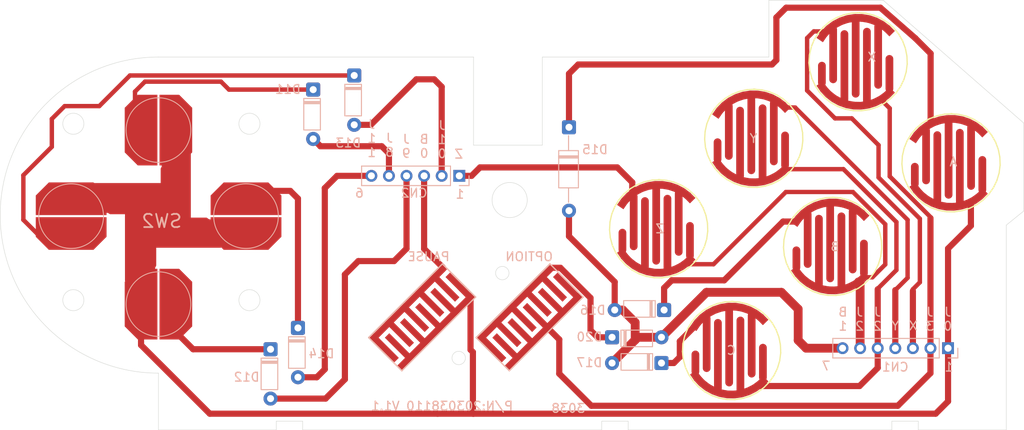
<source format=kicad_pcb>
(kicad_pcb (version 20241229) (generator "pcbnew") (generator_version "9.0")
  (layers (0 "F.Cu" signal) (2 "B.Cu" signal) (13 "F.Paste" user) (15 "B.Paste" user) (5 "F.SilkS" user "F.Silkscreen") (7 "B.SilkS" user "B.Silkscreen") (1 "F.Mask" user) (3 "B.Mask" user) (25 "Edge.Cuts" user))
  (net 0 "")
  (net 1 "Net-(D11-A)")
  (net 2 "Net-(D11-K)")
  (net 3 "Net-(D12-A)")
  (net 4 "Net-(D12-K)")
  (net 5 "Net-(D13-K)")
  (net 6 "Net-(D13-A)")
  (net 7 "Net-(D14-K)")
  (net 8 "Net-(D14-A)")
  (net 9 "Net-(D15-A)")
  (net 10 "Net-(D15-K)")
  (net 11 "Net-(D16-K)")
  (net 12 "Net-(D17-K)")
  (net 13 "Net-(D20-K)")
  (net 14 "Net-(J1-Pin_6)")
  (net 15 "Net-(J1-Pin_3)")
  (net 16 "Net-(J1-Pin_5)")
  (net 17 "Net-(J1-Pin_2)")
  (net 18 "Net-(J1-Pin_4)")
  (net 19 "Net-(J1-Pin_1)")
  (net 20 "Net-(J2-Pin_1)")
  (net 21 "Net-(J2-Pin_3)")
  (footprint "Evan's parts:Jaguar pro ABC button" (layer "F.Cu") (at 67.72 9.26 90)
    (property "Reference" "SW11" (hide yes))
    (property "Value" "Y")
  )
  (footprint "Evan's parts:jaguar pro keypad" (layer "F.Cu") (at 28.422677 28.073226 45)
    (property "Reference" "SW5" (hide yes))
    (property "Value" "Pause")
  )
  (footprint "Evan's parts:jaguar pro dpad" (layer "F.Cu") (at 0 28.14)
    (property "Reference" "SW3" (hide yes))
    (property "Value" "Down")
  )
  (footprint "Evan's parts:Jaguar pro ABC button" (layer "F.Cu") (at 65.2 33.43 90)
    (property "Reference" "SW7" (hide yes))
    (property "Value" "C")
  )
  (footprint "Evan's parts:Jaguar pro ABC button" (layer "F.Cu") (at 56.9 19.56 90)
    (property "Reference" "SW12" (hide yes))
    (property "Value" "Z")
  )
  (footprint "Evan's parts:Jaguar pro ABC button" (layer "F.Cu") (at 90.16 12.05 90)
    (property "Reference" "SW9" (hide yes))
    (property "Value" "A")
  )
  (footprint "Evan's parts:jaguar pro keypad" (layer "F.Cu") (at 40.652677 28.073226 45)
    (property "Reference" "SW6" (hide yes))
    (property "Value" "Option")
  )
  (footprint "Evan's parts:jaguar pro dpad" (layer "F.Cu") (at -9.93 18.12 -90)
    (property "Reference" "SW1" (hide yes))
    (property "Value" "Left")
  )
  (footprint "Evan's parts:Jaguar pro ABC button" (layer "F.Cu") (at 79.59 0.54 90)
    (property "Reference" "SW10" (hide yes))
    (property "Value" "X")
  )
  (footprint "Evan's parts:jaguar pro dpad" (layer "F.Cu") (at 9.96 18.12 90)
    (property "Reference" "SW4" (hide yes))
    (property "Value" "Right")
  )
  (footprint "Evan's parts:jaguar pro dpad" (layer "F.Cu") (at 0 8.32 180)
    (property "Reference" "SW2" (hide yes))
    (property "Value" "Up")
  )
  (footprint "Evan's parts:Jaguar pro ABC button" (layer "F.Cu") (at 76.69 21.57 90)
    (property "Reference" "SW8" (hide yes))
    (property "Value" "B")
  )
  (footprint "Evan's parts:D_DO-35_SOD27_P5.62mm_Horizontal" (layer "B.Cu") (at 51.6 31.92)
    (property "Reference" "D20")
    (property "Value" "1N4148")
  )
  (footprint "Evan's parts:D_DO-35_SOD27_P5.62mm_Horizontal" (layer "B.Cu") (at 17.6 3.71 -90)
    (property "Reference" "D11")
    (property "Value" "1N4148")
  )
  (footprint "Evan's parts:D_DO-35_SOD27_P5.62mm_Horizontal" (layer "B.Cu") (at 57.52 28.81 180)
    (property "Reference" "D16")
    (property "Value" "1N4148")
  )
  (footprint "Evan's parts:D_DO-35_SOD27_P9.50mm_Horizontal" (layer "B.Cu") (at 46.7 8 -90)
    (property "Reference" "D15")
    (property "Value" "1N4148")
  )
  (footprint "Evan's parts:D_DO-35_SOD27_P5.62mm_Horizontal" (layer "B.Cu") (at 12.75 33.28 -90)
    (property "Reference" "D12")
    (property "Value" "1N4148")
  )
  (footprint "Evan's parts:D_DO-35_SOD27_P5.62mm_Horizontal" (layer "B.Cu") (at 22.27 2.1 -90)
    (property "Reference" "D13")
    (property "Value" "1N4148")
  )
  (footprint "Connector_PinHeader_2.00mm:PinHeader_1x07_P2.00mm_Vertical" (layer "B.Cu") (at 89.82 33.16 90)
    (property "Reference" "CN1")
    (property "Value" "Conn_01x07")
  )
  (footprint "Evan's parts:D_DO-35_SOD27_P5.62mm_Horizontal" (layer "B.Cu") (at 57.22 34.85 180)
    (property "Reference" "D17")
    (property "Value" "1N4148")
  )
  (footprint "Evan's parts:D_DO-35_SOD27_P5.62mm_Horizontal" (layer "B.Cu") (at 15.87 30.85 -90)
    (property "Reference" "D14")
    (property "Value" "1N4148")
  )
  (footprint "Connector_PinHeader_2.00mm:PinHeader_1x06_P2.00mm_Vertical" (layer "B.Cu") (at 34.22 13.53 90)
    (property "Reference" "CN2")
    (property "Value" "Conn_01x06")
  )
  (gr_line (start 53.43 42.47) (end 83.43 42.47) (stroke (width 0.05)) (layer "Edge.Cuts"))
  (gr_circle (center 39.115 24.605) (end 39.88 24.605) (stroke (width 0.05)) (fill no) (layer "Edge.Cuts"))
  (gr_line (start 82.44 -6.47) (end 98.44 7.53) (stroke (width 0.05)) (layer "Edge.Cuts"))
  (gr_line (start 69.44 0) (end 69.44 -6.47) (stroke (width 0.05)) (layer "Edge.Cuts"))
  (gr_line (start 0 0) (end 35.84 0) (stroke (width 0.05)) (layer "Edge.Cuts"))
  (gr_line (start 83.43 42.47) (end 83.43 41.47) (stroke (width 0.05)) (layer "Edge.Cuts"))
  (gr_circle (center -9.68 7.6) (end -8.48 7.6) (stroke (width 0.05)) (fill no) (layer "Edge.Cuts"))
  (gr_line (start 16.4 42.47) (end 50.43 42.47) (stroke (width 0.05)) (layer "Edge.Cuts"))
  (gr_line (start 50.43 41.47) (end 53.43 41.47) (stroke (width 0.05)) (layer "Edge.Cuts"))
  (gr_line (start 53.43 41.47) (end 53.43 42.47) (stroke (width 0.05)) (layer "Edge.Cuts"))
  (gr_line (start 83.43 41.47) (end 86.43 41.47) (stroke (width 0.05)) (layer "Edge.Cuts"))
  (gr_circle (center 34.155 34.275) (end 34.92 34.275) (stroke (width 0.05)) (fill no) (layer "Edge.Cuts"))
  (gr_line (start 98.44 7.53) (end 98.44 17.53) (stroke (width 0.05)) (layer "Edge.Cuts"))
  (gr_line (start 13.4 41.47) (end 16.4 41.47) (stroke (width 0.05)) (layer "Edge.Cuts"))
  (gr_line (start 0 36) (end 0 42.47) (stroke (width 0.05)) (layer "Edge.Cuts"))
  (gr_line (start 86.43 42.47) (end 96.45 42.47) (stroke (width 0.05)) (layer "Edge.Cuts"))
  (gr_circle (center -9.68 27.69) (end -8.48 27.69) (stroke (width 0.05)) (fill no) (layer "Edge.Cuts"))
  (gr_line (start 16.4 41.47) (end 16.4 42.47) (stroke (width 0.05)) (layer "Edge.Cuts"))
  (gr_circle (center 10.35 7.6) (end 11.55 7.6) (stroke (width 0.05)) (fill no) (layer "Edge.Cuts"))
  (gr_line (start 43.67 0) (end 69.44 0) (stroke (width 0.05)) (layer "Edge.Cuts"))
  (gr_line (start 43.67 10.04) (end 43.67 0) (stroke (width 0.05)) (layer "Edge.Cuts"))
  (gr_line (start 69.44 -6.47) (end 82.44 -6.47) (stroke (width 0.05)) (layer "Edge.Cuts"))
  (gr_line (start 13.4 42.47) (end 13.4 41.47) (stroke (width 0.05)) (layer "Edge.Cuts"))
  (gr_line (start 35.84 0) (end 35.84 10.04) (stroke (width 0.05)) (layer "Edge.Cuts"))
  (gr_circle (center 10.35 27.69) (end 11.55 27.69) (stroke (width 0.05)) (fill no) (layer "Edge.Cuts"))
  (gr_line (start 96.45 42.47) (end 96.45 19.14) (stroke (width 0.05)) (layer "Edge.Cuts"))
  (gr_line (start 0 42.47) (end 13.4 42.47) (stroke (width 0.05)) (layer "Edge.Cuts"))
  (gr_line (start 86.43 41.47) (end 86.43 42.47) (stroke (width 0.05)) (layer "Edge.Cuts"))
  (gr_circle (center 39.95 16.29) (end 41.95 16.29) (stroke (width 0.05)) (fill no) (layer "Edge.Cuts"))
  (gr_arc (start 0 36) (mid -18 18) (end 0 0) (stroke (width 0.05)) (layer "Edge.Cuts"))
  (gr_line (start 35.84 10.04) (end 43.67 10.04) (stroke (width 0.05)) (layer "Edge.Cuts"))
  (gr_line (start 50.43 42.47) (end 50.43 41.47) (stroke (width 0.05)) (layer "Edge.Cuts"))
  (gr_line (start 98.44 17.53) (end 96.45 19.14) (stroke (width 0.05)) (layer "Edge.Cuts"))
  (gr_text "6" (at 22.86 15.494 0) (layer "B.SilkS") (effects (font (size 1 1)) (justify mirror)))
  (gr_text "X" (at 81.153 0 0) (layer "B.SilkS") (effects (font (size 1 1)) (justify mirror)))
  (gr_text "A" (at 90.424 11.938 0) (layer "B.SilkS") (effects (font (size 1 1)) (justify mirror)))
  (gr_text "1" (at 89.916 35.306 0) (layer "B.SilkS") (effects (font (size 1 1)) (justify mirror)))
  (gr_text "C" (at 65.151 33.401 0) (layer "B.SilkS") (effects (font (size 1 1)) (justify mirror)))
  (gr_text "J\n2" (at 81.788 29.845 0) (layer "B.SilkS") (effects (font (size 1 1)) (justify mirror)))
  (gr_text "7" (at 75.946 35.179 0) (layer "B.SilkS") (effects (font (size 1 1)) (justify mirror)))
  (gr_text "B\n0" (at 30.226 10.16 0) (layer "B.SilkS") (effects (font (size 1 1)) (justify mirror)))
  (gr_text "Y" (at 67.691 9.271 0) (layer "B.SilkS") (effects (font (size 1 1)) (justify mirror)))
  (gr_text "1" (at 34.29 15.621 0) (layer "B.SilkS") (effects (font (size 1 1)) (justify mirror)))
  (gr_text "OPTION" (at 42.164 22.733 0) (layer "B.SilkS") (effects (font (size 1 1)) (justify mirror)))
  (gr_text "J\n9" (at 28.194 10.16 0) (layer "B.SilkS") (effects (font (size 1 1)) (justify mirror)))
  (gr_text "B\n1" (at 77.851 29.845 0) (layer "B.SilkS") (effects (font (size 1 1)) (justify mirror)))
  (gr_text "J\n1\n1" (at 24.257 9.271 0) (layer "B.SilkS") (effects (font (size 1 1)) (justify mirror)))
  (gr_text "J\n2" (at 79.756 29.845 0) (layer "B.SilkS") (effects (font (size 1 1)) (justify mirror)))
  (gr_text "PAUSE" (at 30.734 22.733 0) (layer "B.SilkS") (effects (font (size 1 1)) (justify mirror)))
  (gr_text "3038" (at 46.609 40.005 0) (layer "B.SilkS") (effects (font (size 1 1)) (justify mirror)))
  (gr_text "Y" (at 83.82 30.607 0) (layer "B.SilkS") (effects (font (size 1 1)) (justify mirror)))
  (gr_text "J\n8" (at 26.289 10.033 0) (layer "B.SilkS") (effects (font (size 1 1)) (justify mirror)))
  (gr_text "X" (at 85.852 30.607 0) (layer "B.SilkS") (effects (font (size 1 1)) (justify mirror)))
  (gr_text "P/N:203038110 V1.1" (at 32.258 39.751 0) (layer "B.SilkS") (effects (font (size 1 1)) (justify mirror)))
  (gr_text "J\n1\n0" (at 32.258 9.398 0) (layer "B.SilkS") (effects (font (size 1 1)) (justify mirror)))
  (gr_text "J\n3" (at 87.757 29.845 0) (layer "B.SilkS") (effects (font (size 1 1)) (justify mirror)))
  (gr_text "Z" (at 57.023 19.558 0) (layer "B.SilkS") (effects (font (size 1 1)) (justify mirror)))
  (gr_text "SW2" (at 2.794 19.558 0) (layer "B.SilkS") (effects (font (size 1.5 1.5) (thickness 0.2)) (justify left bottom mirror)))
  (gr_text "Z" (at 34.163 11.049 0) (layer "B.SilkS") (effects (font (size 1 1)) (justify mirror)))
  (gr_text "B" (at 76.962 21.59 0) (layer "B.SilkS") (effects (font (size 1 1)) (justify mirror)))
  (gr_text "J\n0" (at 89.789 29.845 0) (layer "B.SilkS") (effects (font (size 1 1)) (justify mirror)))
  (segment (start 18.415 10.145) (end 17.6 9.33) (width 0.7) (layer "F.Cu") (net 1))
  (segment (start 26.22 13.53) (end 26.22 10.98) (width 0.7) (layer "F.Cu") (net 1))
  (segment (start 26.22 10.98) (end 25.4 10.16) (width 0.7) (layer "F.Cu") (net 1))
  (segment (start 18.415 10.16) (end 18.415 10.145) (width 0.7) (layer "F.Cu") (net 1))
  (segment (start 25.4 10.16) (end 18.415 10.16) (width 0.7) (layer "F.Cu") (net 1))
  (segment (start 8.021 3.71) (end 7.112 2.801) (width 0.5) (layer "F.Cu") (net 2))
  (segment (start 7.112 2.801) (end -1.531 2.801) (width 0.5) (layer "F.Cu") (net 2))
  (segment (start 17.6 3.71) (end 8.021 3.71) (width 0.5) (layer "F.Cu") (net 2))
  (segment (start -2.667 3.937) (end -2.667 7.633) (width 0.5) (layer "F.Cu") (net 2))
  (segment (start -2.667 7.633) (end -1.98 8.32) (width 0.5) (layer "F.Cu") (net 2))
  (segment (start -1.531 2.801) (end -2.667 3.937) (width 0.5) (layer "F.Cu") (net 2))
  (segment (start 26.797 23.241) (end 28.22 21.818) (width 0.7) (layer "F.Cu") (net 3))
  (segment (start 28.22 21.818) (end 28.22 13.53) (width 0.7) (layer "F.Cu") (net 3))
  (segment (start 21.209 36.703) (end 21.209 24.765) (width 0.7) (layer "F.Cu") (net 3))
  (segment (start 12.75 38.9) (end 19.012 38.9) (width 0.7) (layer "F.Cu") (net 3))
  (segment (start 22.733 23.241) (end 26.797 23.241) (width 0.7) (layer "F.Cu") (net 3))
  (segment (start 21.209 24.765) (end 22.733 23.241) (width 0.7) (layer "F.Cu") (net 3))
  (segment (start 19.012 38.9) (end 21.209 36.703) (width 0.7) (layer "F.Cu") (net 3))
  (segment (start 3.943 33.28) (end 1.98 31.317) (width 0.7) (layer "F.Cu") (net 4))
  (segment (start 12.75 33.28) (end 3.943 33.28) (width 0.7) (layer "F.Cu") (net 4))
  (segment (start 1.98 31.317) (end 1.98 28.14) (width 0.7) (layer "F.Cu") (net 4))
  (segment (start -3.243 2.1) (end 22.27 2.1) (width 0.5) (layer "F.Cu") (net 5))
  (segment (start -12.1285 7.0485) (end -10.668 5.588) (width 0.5) (layer "F.Cu") (net 5))
  (segment (start -9.93 20.1) (end -13.809 20.1) (width 0.5) (layer "F.Cu") (net 5))
  (segment (start -10.668 5.588) (end -6.731 5.588) (width 0.5) (layer "F.Cu") (net 5))
  (segment (start -13.809 20.1) (end -15.367 18.542) (width 0.5) (layer "F.Cu") (net 5))
  (segment (start -6.731 5.588) (end -3.243 2.1) (width 0.5) (layer "F.Cu") (net 5))
  (segment (start -15.367 18.542) (end -15.367 13.462) (width 0.5) (layer "F.Cu") (net 5))
  (segment (start -15.367 13.462) (end -12.1285 10.2235) (width 0.5) (layer "F.Cu") (net 5))
  (segment (start -12.1285 10.2235) (end -12.1285 7.0485) (width 0.5) (layer "F.Cu") (net 5))
  (segment (start 24.157 7.72) (end 22.27 7.72) (width 0.7) (layer "F.Cu") (net 6))
  (segment (start 31.369 2.54) (end 29.337 2.54) (width 0.7) (layer "F.Cu") (net 6))
  (segment (start 29.337 2.54) (end 24.157 7.72) (width 0.7) (layer "F.Cu") (net 6))
  (segment (start 32.22 3.391) (end 31.369 2.54) (width 0.7) (layer "F.Cu") (net 6))
  (segment (start 32.22 13.53) (end 32.22 3.391) (width 0.7) (layer "F.Cu") (net 6))
  (segment (start 10.86 15.24) (end 9.96 16.14) (width 0.7) (layer "F.Cu") (net 7))
  (segment (start 14.986 15.24) (end 10.86 15.24) (width 0.7) (layer "F.Cu") (net 7))
  (segment (start 15.87 16.124) (end 14.986 15.24) (width 0.7) (layer "F.Cu") (net 7))
  (segment (start 15.87 30.85) (end 15.87 16.124) (width 0.7) (layer "F.Cu") (net 7))
  (segment (start 20.32 13.53) (end 24.22 13.53) (width 0.7) (layer "F.Cu") (net 8))
  (segment (start 18.923 14.927) (end 20.32 13.53) (width 0.7) (layer "F.Cu") (net 8))
  (segment (start 18.923 35.56) (end 18.923 14.927) (width 0.7) (layer "F.Cu") (net 8))
  (segment (start 18.013 36.47) (end 18.923 35.56) (width 0.7) (layer "F.Cu") (net 8))
  (segment (start 15.87 36.47) (end 18.013 36.47) (width 0.7) (layer "F.Cu") (net 8))
  (segment (start 52.813 28.81) (end 54.229 30.226) (width 1) (layer "F.Cu") (net 9))
  (segment (start 62.343 26.797) (end 70.866 26.797) (width 1) (layer "F.Cu") (net 9))
  (segment (start 72.771 28.702) (end 72.771 32.258) (width 1) (layer "F.Cu") (net 9))
  (segment (start 73.673 33.16) (end 77.82 33.16) (width 1) (layer "F.Cu") (net 9))
  (segment (start 54.229 32.221) (end 51.6 34.85) (width 1) (layer "F.Cu") (net 9))
  (segment (start 51.9 28.81) (end 52.813 28.81) (width 1) (layer "F.Cu") (net 9))
  (segment (start 57.22 31.92) (end 62.343 26.797) (width 1) (layer "F.Cu") (net 9))
  (segment (start 57.22 31.92) (end 54.53 31.92) (width 1) (layer "F.Cu") (net 9))
  (segment (start 72.771 32.258) (end 73.673 33.16) (width 1) (layer "F.Cu") (net 9))
  (segment (start 54.229 30.226) (end 54.229 32.221) (width 1) (layer "F.Cu") (net 9))
  (segment (start 51.9 28.81) (end 51.9 25.611) (width 0.7) (layer "F.Cu") (net 9))
  (segment (start 70.866 26.797) (end 72.771 28.702) (width 1) (layer "F.Cu") (net 9))
  (segment (start 54.53 31.92) (end 54.229 32.221) (width 1) (layer "F.Cu") (net 9))
  (segment (start 46.7 20.411) (end 46.7 17.5) (width 0.7) (layer "F.Cu") (net 9))
  (segment (start 51.9 25.611) (end 46.7 20.411) (width 0.7) (layer "F.Cu") (net 9))
  (segment (start 87.837186 -0.399701) (end 87.837186 7.6223) (width 0.7) (layer "F.Cu") (net 10))
  (segment (start 47.752 0.851) (end 69.792496 0.851) (width 0.7) (layer "F.Cu") (net 10))
  (segment (start 86.101347 -2.13554) (end 87.837186 -0.399701) (width 0.7) (layer "F.Cu") (net 10))
  (segment (start 70.291 -4.505) (end 71.405 -5.619) (width 0.7) (layer "F.Cu") (net 10))
  (segment (start 46.7 8) (end 46.7 1.903) (width 0.7) (layer "F.Cu") (net 10))
  (segment (start 71.405 -5.619) (end 82.12025 -5.619) (width 0.7) (layer "F.Cu") (net 10))
  (segment (start 82.12025 -5.619) (end 86.101347 -2.13554) (width 0.7) (layer "F.Cu") (net 10))
  (segment (start 70.291 0.352496) (end 70.291 -4.505) (width 0.7) (layer "F.Cu") (net 10))
  (segment (start 46.7 1.903) (end 47.752 0.851) (width 0.7) (layer "F.Cu") (net 10))
  (segment (start 69.792496 0.851) (end 70.291 0.352496) (width 0.7) (layer "F.Cu") (net 10))
  (segment (start 64.359441 25.429559) (end 71.051948 18.737052) (width 0.7) (layer "F.Cu") (net 11))
  (segment (start 58.390441 25.429559) (end 64.359441 25.429559) (width 0.7) (layer "F.Cu") (net 11))
  (segment (start 71.051948 18.737052) (end 72.57 18.737052) (width 0.7) (layer "F.Cu") (net 11))
  (segment (start 57.52 26.3) (end 58.390441 25.429559) (width 0.7) (layer "F.Cu") (net 11))
  (segment (start 57.52 28.81) (end 57.52 26.3) (width 0.7) (layer "F.Cu") (net 11))
  (segment (start 61.08 30.597052) (end 59.309 32.368052) (width 0.7) (layer "F.Cu") (net 12))
  (segment (start 57.22 34.85) (end 58.622 34.85) (width 0.7) (layer "F.Cu") (net 12))
  (segment (start 58.622 34.85) (end 59.309 34.163) (width 0.7) (layer "F.Cu") (net 12))
  (segment (start 59.309 34.163) (end 59.309 32.368052) (width 0.7) (layer "F.Cu") (net 12))
  (segment (start 49.149 27.432) (end 45.717835 24.000835) (width 0.7) (layer "F.Cu") (net 13))
  (segment (start 51.6 31.92) (end 49.954 31.92) (width 0.7) (layer "F.Cu") (net 13))
  (segment (start 45.717835 24.000835) (end 44.725068 24.000835) (width 0.7) (layer "F.Cu") (net 13))
  (segment (start 44.725068 24.000835) (end 40.652677 28.073226) (width 0.7) (layer "F.Cu") (net 13))
  (segment (start 49.954 31.92) (end 49.149 31.115) (width 0.7) (layer "F.Cu") (net 13))
  (segment (start 49.149 31.115) (end 49.149 27.432) (width 0.7) (layer "F.Cu") (net 13))
  (segment (start 78.994 15.367) (end 71.374 15.367) (width 0.5) (layer "F.Cu") (net 14))
  (segment (start 82.677 23.622) (end 82.677 19.05) (width 0.5) (layer "F.Cu") (net 14))
  (segment (start 79.82 33.16) (end 79.82 25.790378) (width 1) (layer "F.Cu") (net 14))
  (segment (start 63.142565 23.598435) (end 59.848057 23.598435) (width 0.5) (layer "F.Cu") (net 14))
  (segment (start 80.249999 25.080897) (end 81.218103 25.080897) (width 0.5) (layer "F.Cu") (net 14))
  (segment (start 71.374 15.367) (end 63.142565 23.598435) (width 0.5) (layer "F.Cu") (net 14))
  (segment (start 82.677 19.05) (end 78.994 15.367) (width 0.5) (layer "F.Cu") (net 14))
  (segment (start 81.218103 25.080897) (end 82.677 23.622) (width 0.5) (layer "F.Cu") (net 14))
  (segment (start 79.82 25.790378) (end 79.638057 25.608435) (width 1) (layer "F.Cu") (net 14))
  (segment (start 73.787 3.81) (end 73.787 -2.159) (width 0.5) (layer "F.Cu") (net 15))
  (segment (start 76.962 6.985) (end 73.787 3.81) (width 0.5) (layer "F.Cu") (net 15))
  (segment (start 74.547531 -2.919531) (end 75.980064 -2.919531) (width 0.5) (layer "F.Cu") (net 15))
  (segment (start 86.614 18.415) (end 81.915 13.716) (width 0.5) (layer "F.Cu") (net 15))
  (segment (start 81.915 13.716) (end 81.915 10.033) (width 0.5) (layer "F.Cu") (net 15))
  (segment (start 78.867 6.985) (end 76.962 6.985) (width 0.5) (layer "F.Cu") (net 15))
  (segment (start 81.915 10.033) (end 78.867 6.985) (width 0.5) (layer "F.Cu") (net 15))
  (segment (start 86.614 25.654) (end 86.614 18.415) (width 0.5) (layer "F.Cu") (net 15))
  (segment (start 85.82 26.638) (end 85.82 26.448) (width 0.5) (layer "F.Cu") (net 15))
  (segment (start 85.82 26.448) (end 86.614 25.654) (width 0.5) (layer "F.Cu") (net 15))
  (segment (start 73.787 -2.159) (end 74.547531 -2.919531) (width 0.5) (layer "F.Cu") (net 15))
  (segment (start 85.82 33.16) (end 85.82 26.638) (width 0.7) (layer "F.Cu") (net 15))
  (segment (start 81.82 26.384) (end 83.947 24.257) (width 0.5) (layer "F.Cu") (net 16))
  (segment (start 81.82 33.16) (end 81.82 26.448) (width 0.7) (layer "F.Cu") (net 16))
  (segment (start 83.947 24.257) (end 83.947 18.796) (width 0.5) (layer "F.Cu") (net 16))
  (segment (start 79.752565 37.468435) (end 81.82 35.401) (width 0.7) (layer "F.Cu") (net 16))
  (segment (start 77.921897 12.770897) (end 71.279999 12.770897) (width 0.5) (layer "F.Cu") (net 16))
  (segment (start 83.947 18.796) (end 77.921897 12.770897) (width 0.5) (layer "F.Cu") (net 16))
  (segment (start 68.148057 37.468435) (end 79.752565 37.468435) (width 0.7) (layer "F.Cu") (net 16))
  (segment (start 81.82 35.401) (end 81.82 33.16) (width 0.7) (layer "F.Cu") (net 16))
  (segment (start 81.82 26.448) (end 81.82 26.384) (width 0.5) (layer "F.Cu") (net 16))
  (segment (start 45.593 32.165021) (end 45.593 36.068) (width 0.7) (layer "F.Cu") (net 17))
  (segment (start 43.08866 29.660681) (end 45.593 32.165021) (width 0.7) (layer "F.Cu") (net 17))
  (segment (start 84.107 39.718) (end 87.82 36.005) (width 0.7) (layer "F.Cu") (net 17))
  (segment (start 87.884 18.288) (end 83.185 13.589) (width 0.5) (layer "F.Cu") (net 17))
  (segment (start 87.82 36.005) (end 87.82 33.16) (width 0.7) (layer "F.Cu") (net 17))
  (segment (start 49.243 39.718) (end 84.107 39.718) (width 0.7) (layer "F.Cu") (net 17))
  (segment (start 45.593 36.068) (end 49.243 39.718) (width 0.7) (layer "F.Cu") (net 17))
  (segment (start 83.185 13.589) (end 83.185 5.842) (width 0.5) (layer "F.Cu") (net 17))
  (segment (start 82.538057 5.195057) (end 82.538057 4.578435) (width 0.5) (layer "F.Cu") (net 17))
  (segment (start 87.82 33.16) (end 87.82 18.352) (width 0.7) (layer "F.Cu") (net 17))
  (segment (start 83.185 5.842) (end 82.538057 5.195057) (width 0.5) (layer "F.Cu") (net 17))
  (segment (start 85.217 25.146) (end 85.217 18.542) (width 0.5) (layer "F.Cu") (net 18))
  (segment (start 72.424103 5.749103) (end 71.28 5.749103) (width 0.5) (layer "F.Cu") (net 18))
  (segment (start 83.82 26.543) (end 85.217 25.146) (width 0.5) (layer "F.Cu") (net 18))
  (segment (start 85.217 18.542) (end 72.424103 5.749103) (width 0.5) (layer "F.Cu") (net 18))
  (segment (start 83.82 33.16) (end 83.82 26.543) (width 0.7) (layer "F.Cu") (net 18))
  (segment (start -1.98 32.803555) (end -1.98 28.14) (width 0.7) (layer "F.Cu") (net 19))
  (segment (start 89.82 21.813) (end 92.419138 19.213862) (width 0.7) (layer "F.Cu") (net 19))
  (segment (start 88.413 40.619) (end 89.82 39.212) (width 0.7) (layer "F.Cu") (net 19))
  (segment (start 34.309341 26.21) (end 35.499685 27.400344) (width 0.7) (layer "F.Cu") (net 19))
  (segment (start 92.419138 19.213862) (end 92.419138 16.510526) (width 0.7) (layer "F.Cu") (net 19))
  (segment (start 35.771 40.576) (end 35.814 40.619) (width 0.7) (layer "F.Cu") (net 19))
  (segment (start 31.75 40.619) (end 35.814 40.619) (width 0.7) (layer "F.Cu") (net 19))
  (segment (start 35.814 40.619) (end 88.413 40.619) (width 0.7) (layer "F.Cu") (net 19))
  (segment (start 89.82 39.212) (end 89.82 33.16) (width 0.7) (layer "F.Cu") (net 19))
  (segment (start 35.499685 33.334315) (end 35.771 33.60563) (width 0.7) (layer "F.Cu") (net 19))
  (segment (start 35.499685 27.400344) (end 35.499685 33.334315) (width 0.7) (layer "F.Cu") (net 19))
  (segment (start 35.771 33.60563) (end 35.771 40.576) (width 0.7) (layer "F.Cu") (net 19))
  (segment (start 5.835445 40.619) (end -1.98 32.803555) (width 0.7) (layer "F.Cu") (net 19))
  (segment (start 89.82 33.16) (end 89.82 21.813) (width 0.7) (layer "F.Cu") (net 19))
  (segment (start 31.75 40.619) (end 5.835445 40.619) (width 0.7) (layer "F.Cu") (net 19))
  (segment (start 52.197 12.573) (end 36.576 12.573) (width 0.7) (layer "F.Cu") (net 20))
  (segment (start 35.619 13.53) (end 34.22 13.53) (width 0.7) (layer "F.Cu") (net 20))
  (segment (start 53.894386 15.564218) (end 53.894386 14.270386) (width 0.7) (layer "F.Cu") (net 20))
  (segment (start 53.894386 14.270386) (end 52.197 12.573) (width 0.7) (layer "F.Cu") (net 20))
  (segment (start 36.576 12.573) (end 35.619 13.53) (width 0.7) (layer "F.Cu") (net 20))
  (segment (start 32.320851 23.938851) (end 32.320851 24.175052) (width 0.7) (layer "F.Cu") (net 21))
  (segment (start 32.320851 24.175052) (end 28.422677 28.073226) (width 0.7) (layer "F.Cu") (net 21))
  (segment (start 30.22 13.53) (end 30.22 21.838) (width 0.7) (layer "F.Cu") (net 21))
  (segment (start 30.22 21.838) (end 32.320851 23.938851) (width 0.7) (layer "F.Cu") (net 21))
  (zone (net 19) (net_name "Net-(J1-Pin_1)") (layer "F.Cu") (connect_pads yes (clearance 0.5)) (min_thickness 0.25) (fill yes (thermal_gap 0.5) (thermal_bridge_width 0.5))
    (polygon (pts (xy 1.778 10.033) (xy 0.254 12.192) (xy 0.254 14.351) (xy -7.874 14.351) (xy -5.969 17.907) (xy -3.81 17.907) (xy -3.81 25.654) (xy -0.254 24.13) (xy -0.254 21.717) (xy 7.239 21.717) (xy 5.969 18.288) (xy 3.683 18.288) (xy 3.683 10.922)))
  )
)
</source>
